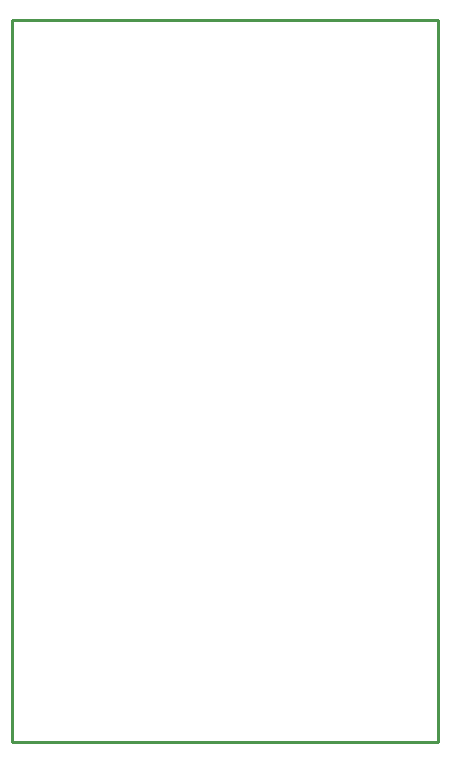
<source format=gko>
G04 EAGLE Gerber RS-274X export*
G75*
%MOMM*%
%FSLAX34Y34*%
%LPD*%
%IN*%
%IPPOS*%
%AMOC8*
5,1,8,0,0,1.08239X$1,22.5*%
G01*
%ADD10C,0.000000*%
%ADD11C,0.254000*%


D10*
X0Y0D02*
X360300Y0D01*
X360300Y612000D01*
X0Y612000D01*
X0Y0D01*
D11*
X0Y0D02*
X360300Y0D01*
X360300Y612000D01*
X0Y612000D01*
X0Y0D01*
M02*

</source>
